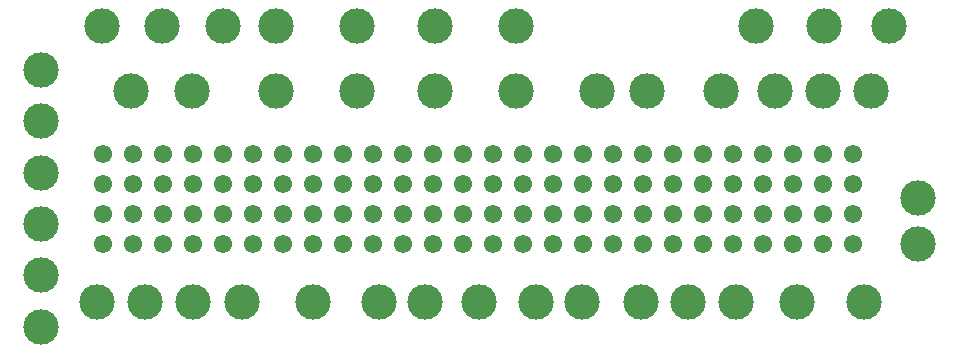
<source format=gbr>
%TF.GenerationSoftware,KiCad,Pcbnew,8.0.6*%
%TF.CreationDate,2024-11-11T13:09:46+02:00*%
%TF.ProjectId,PC104_Debug_PCB,50433130-345f-4446-9562-75675f504342,rev?*%
%TF.SameCoordinates,Original*%
%TF.FileFunction,Soldermask,Bot*%
%TF.FilePolarity,Negative*%
%FSLAX46Y46*%
G04 Gerber Fmt 4.6, Leading zero omitted, Abs format (unit mm)*
G04 Created by KiCad (PCBNEW 8.0.6) date 2024-11-11 13:09:46*
%MOMM*%
%LPD*%
G01*
G04 APERTURE LIST*
%ADD10C,3.000000*%
%ADD11C,1.550000*%
G04 APERTURE END LIST*
D10*
%TO.C,TP36*%
X168625000Y-75200000D03*
%TD*%
%TO.C,TP23*%
X114250000Y-56800000D03*
%TD*%
%TO.C,TP2*%
X104675000Y-56800000D03*
%TD*%
%TO.C,TP9*%
X141450000Y-62300000D03*
%TD*%
%TO.C,TP15*%
X164675000Y-62300000D03*
%TD*%
%TO.C,TP29*%
X94350000Y-73550000D03*
%TD*%
%TO.C,TP45*%
X99100000Y-80125000D03*
%TD*%
%TO.C,TP31*%
X126900000Y-80125000D03*
%TD*%
%TO.C,TP33*%
X153250000Y-80125000D03*
%TD*%
%TO.C,TP14*%
X166200000Y-56800000D03*
%TD*%
%TO.C,TP44*%
X103191666Y-80125000D03*
%TD*%
%TO.C,TP4*%
X114250000Y-62300000D03*
%TD*%
%TO.C,TP6*%
X127775000Y-56800000D03*
%TD*%
%TO.C,TP42*%
X111375000Y-80125000D03*
%TD*%
%TO.C,TP30*%
X117450000Y-80125000D03*
%TD*%
%TO.C,TP28*%
X94350000Y-69200000D03*
%TD*%
%TO.C,TP16*%
X160612500Y-62300000D03*
%TD*%
%TO.C,TP10*%
X145712500Y-62300000D03*
%TD*%
%TO.C,TP47*%
X94350000Y-77900000D03*
%TD*%
%TO.C,TP26*%
X94350000Y-60500000D03*
%TD*%
%TO.C,TP39*%
X140218452Y-80125000D03*
%TD*%
%TO.C,TP3*%
X109800000Y-56800000D03*
%TD*%
%TO.C,TP38*%
X145150000Y-80125000D03*
%TD*%
%TO.C,TP7*%
X127775000Y-62300000D03*
%TD*%
%TO.C,TP21*%
X134600000Y-62300000D03*
%TD*%
%TO.C,TP40*%
X136268452Y-80125000D03*
%TD*%
%TO.C,TP8*%
X134600000Y-56800000D03*
%TD*%
%TO.C,TP34*%
X164050000Y-80125000D03*
%TD*%
D11*
%TO.C,J2*%
X99630000Y-67575000D03*
X99630000Y-70115000D03*
X102170000Y-67575000D03*
X102170000Y-70115000D03*
X104710000Y-67575000D03*
X104710000Y-70115000D03*
X107250000Y-67575000D03*
X107250000Y-70115000D03*
X109790000Y-67575000D03*
X109790000Y-70115000D03*
X112330000Y-67575000D03*
X112330000Y-70115000D03*
X114870000Y-67575000D03*
X114870000Y-70115000D03*
X117410000Y-67575000D03*
X117410000Y-70115000D03*
X119950000Y-67575000D03*
X119950000Y-70115000D03*
X122490000Y-67575000D03*
X122490000Y-70115000D03*
X125030000Y-67575000D03*
X125030000Y-70115000D03*
X127570000Y-67575000D03*
X127570000Y-70115000D03*
X130110000Y-67575000D03*
X130110000Y-70115000D03*
X132650000Y-67575000D03*
X132650000Y-70115000D03*
X135190000Y-67575000D03*
X135190000Y-70115000D03*
X137730000Y-67575000D03*
X137730000Y-70115000D03*
X140270000Y-67575000D03*
X140270000Y-70115000D03*
X142810000Y-67575000D03*
X142810000Y-70115000D03*
X145350000Y-67575000D03*
X145350000Y-70115000D03*
X147890000Y-67575000D03*
X147890000Y-70115000D03*
X150430000Y-67575000D03*
X150430000Y-70115000D03*
X152970000Y-67575000D03*
X152970000Y-70115000D03*
X155510000Y-67575000D03*
X155510000Y-70115000D03*
X158050000Y-67575000D03*
X158050000Y-70115000D03*
X160590000Y-67575000D03*
X160590000Y-70115000D03*
X163130000Y-67575000D03*
X163130000Y-70115000D03*
%TD*%
D10*
%TO.C,TP18*%
X151975000Y-62300000D03*
%TD*%
%TO.C,TP46*%
X94350000Y-82250000D03*
%TD*%
%TO.C,TP43*%
X107283332Y-80125000D03*
%TD*%
%TO.C,TP22*%
X121175000Y-62300000D03*
%TD*%
%TO.C,TP25*%
X102000000Y-62300000D03*
%TD*%
%TO.C,TP24*%
X107200000Y-62300000D03*
%TD*%
%TO.C,TP37*%
X158375000Y-80125000D03*
%TD*%
%TO.C,TP27*%
X94350000Y-64850000D03*
%TD*%
%TO.C,TP41*%
X123025000Y-80125000D03*
%TD*%
%TO.C,TP17*%
X156550000Y-62300000D03*
%TD*%
%TO.C,TP1*%
X99550000Y-56800000D03*
%TD*%
%TO.C,TP5*%
X121175000Y-56800000D03*
%TD*%
%TO.C,TP35*%
X168625000Y-71350000D03*
%TD*%
%TO.C,TP11*%
X131475000Y-80125000D03*
%TD*%
D11*
%TO.C,J1*%
X99630000Y-72655000D03*
X99630000Y-75195000D03*
X102170000Y-72655000D03*
X102170000Y-75195000D03*
X104710000Y-72655000D03*
X104710000Y-75195000D03*
X107250000Y-72655000D03*
X107250000Y-75195000D03*
X109790000Y-72655000D03*
X109790000Y-75195000D03*
X112330000Y-72655000D03*
X112330000Y-75195000D03*
X114870000Y-72655000D03*
X114870000Y-75195000D03*
X117410000Y-72655000D03*
X117410000Y-75195000D03*
X119950000Y-72655000D03*
X119950000Y-75195000D03*
X122490000Y-72655000D03*
X122490000Y-75195000D03*
X125030000Y-72655000D03*
X125030000Y-75195000D03*
X127570000Y-72655000D03*
X127570000Y-75195000D03*
X130110000Y-72655000D03*
X130110000Y-75195000D03*
X132650000Y-72655000D03*
X132650000Y-75195000D03*
X135190000Y-72655000D03*
X135190000Y-75195000D03*
X137730000Y-72655000D03*
X137730000Y-75195000D03*
X140270000Y-72655000D03*
X140270000Y-75195000D03*
X142810000Y-72655000D03*
X142810000Y-75195000D03*
X145350000Y-72655000D03*
X145350000Y-75195000D03*
X147890000Y-72655000D03*
X147890000Y-75195000D03*
X150430000Y-72655000D03*
X150430000Y-75195000D03*
X152970000Y-72655000D03*
X152970000Y-75195000D03*
X155510000Y-72655000D03*
X155510000Y-75195000D03*
X158050000Y-72655000D03*
X158050000Y-75195000D03*
X160590000Y-72655000D03*
X160590000Y-75195000D03*
X163130000Y-72655000D03*
X163130000Y-75195000D03*
%TD*%
D10*
%TO.C,TP12*%
X154900000Y-56800000D03*
%TD*%
%TO.C,TP13*%
X160650000Y-56800000D03*
%TD*%
%TO.C,TP32*%
X149200000Y-80125000D03*
%TD*%
M02*

</source>
